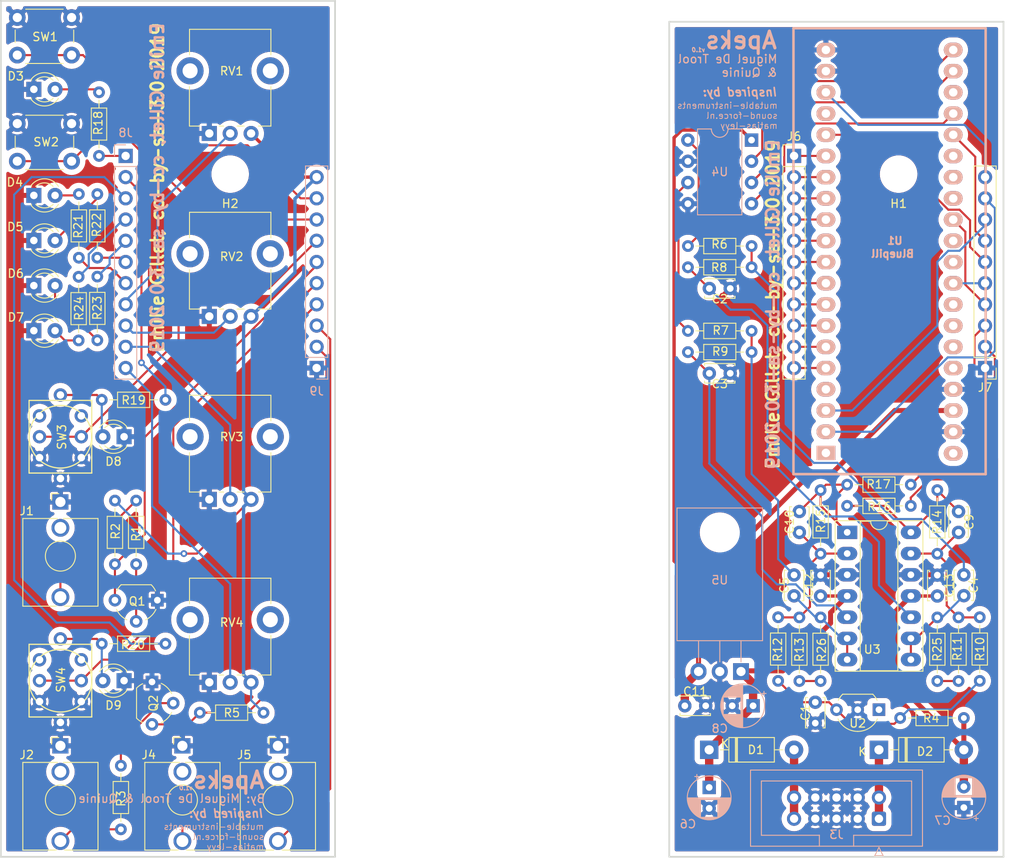
<source format=kicad_pcb>
(kicad_pcb (version 20211014) (generator pcbnew)
  (layers (0 "F.Cu" signal) (31 "B.Cu" signal) (34 "B.Paste" user) (35 "F.Paste" user) (36 "B.SilkS" user "B.Silkscreen") (37 "F.SilkS" user "F.Silkscreen") (38 "B.Mask" user) (39 "F.Mask" user) (44 "Edge.Cuts" user))
  (net 0 "")
  (net 1 "GND")
  (net 2 "+12V")
  (net 3 "-12V")
  (net 4 "+5V")
  (net 5 "Net-(C9-Pad1)")
  (net 6 "Net-(Q1-Pad2)")
  (net 7 "Net-(Q2-Pad2)")
  (net 8 "+3V3")
  (net 9 "Net-(J1-PadT)")
  (net 10 "Net-(J2-PadT)")
  (net 11 "Net-(D1-Pad2)")
  (net 12 "Net-(D3-Pad2)")
  (net 13 "Net-(D4-Pad2)")
  (net 14 "Net-(D5-Pad2)")
  (net 15 "from_Pot4")
  (net 16 "from_Pot3")
  (net 17 "from_Pot2")
  (net 18 "from_Pot1")
  (net 19 "from_SW_DUAL")
  (net 20 "from_SW_MODE")
  (net 21 "from_OUT2")
  (net 22 "from_OUT1")
  (net 23 "from_Trigger2")
  (net 24 "from_Trigger1")
  (net 25 "Pot4")
  (net 26 "Pot3")
  (net 27 "Pot2")
  (net 28 "Pot1")
  (net 29 "SWDual")
  (net 30 "SWMode")
  (net 31 "OUT2")
  (net 32 "OUT1")
  (net 33 "SwTrigger2")
  (net 34 "SwTrigger1")
  (net 35 "Trigger2")
  (net 36 "Trigger1")
  (net 37 "DACA")
  (net 38 "DACB")
  (net 39 "Dac_MOSI")
  (net 40 "Dac_SCK")
  (net 41 "Dac_SS")
  (net 42 "Net-(C3-Pad1)")
  (net 46 "Ref-10")
  (net 47 "Net-(C2-Pad1)")
  (net 49 "Net-(C4-Pad2)")
  (net 50 "Net-(C4-Pad1)")
  (net 51 "Net-(C5-Pad2)")
  (net 52 "Net-(C5-Pad1)")
  (net 53 "Net-(C9-Pad2)")
  (net 54 "Net-(C10-Pad2)")
  (net 55 "Net-(C10-Pad1)")
  (net 56 "Net-(D2-Pad1)")
  (net 57 "Net-(D6-Pad2)")
  (net 58 "Net-(D7-Pad2)")
  (net 67 "Net-(R11-Pad2)")
  (net 68 "Net-(R13-Pad2)")
  (net 69 "Net-(D8-Pad2)")
  (net 70 "Net-(D9-Pad2)")
  (net 73 "Led_Trigger2")
  (net 74 "Led_Trigger1")
  (net 75 "Led_Drum")
  (net 76 "Led_Tap")
  (net 77 "Led_Lfo")
  (net 78 "Led_Env")
  (net 79 "Led_Split")
  (net 80 "fromLed_Trigger2")
  (net 81 "fromLed_Trigger1")
  (net 82 "fromLed_Drum")
  (net 83 "fromLed_Tap")
  (net 84 "fromLed_Lfo")
  (net 85 "fromLed_Env")
  (net 86 "fromLed_Split")
  (net 87 "fromSW_Trigger2")
  (net 88 "fromSW_Trigger1")
  (footprint "LED_THT:LED_D3.0mm" (layer "F.Cu") (at 23.95 44.1)
    (fp_text reference "D3")
    (fp_text value "LED")
  )
  (footprint "LED_THT:LED_D3.0mm" (layer "F.Cu") (at 23.95 56.8)
    (fp_text reference "D4")
    (fp_text value "LED")
  )
  (footprint "LED_THT:LED_D3.0mm" (layer "F.Cu") (at 23.95 62.2)
    (fp_text reference "D5")
    (fp_text value "LED")
  )
  (footprint "LED_THT:LED_D3.0mm" (layer "F.Cu") (at 23.95 67.6)
    (fp_text reference "D6")
    (fp_text value "LED")
  )
  (footprint "LED_THT:LED_D3.0mm" (layer "F.Cu") (at 23.95 73)
    (fp_text reference "D7")
    (fp_text value "LED")
  )
  (footprint "Diode_THT:D_DO-41_SOD81_P10.16mm_Horizontal" (layer "F.Cu") (at 104.775 123.19)
    (fp_text reference "D1")
    (fp_text value "1N5817")
  )
  (footprint "Diode_THT:D_DO-41_SOD81_P10.16mm_Horizontal" (layer "F.Cu") (at 125.095 123.19)
    (fp_text reference "D2")
    (fp_text value "1N5817")
  )
  (footprint "Connector_Audio:Jack_3.5mm_QingPu_WQP-PJ398SM_Vertical_CircularHoles" (layer "F.Cu") (at 27.13 93.51)
    (fp_text reference "J1")
    (fp_text value "in1")
  )
  (footprint "Connector_Audio:Jack_3.5mm_QingPu_WQP-PJ398SM_Vertical_CircularHoles" (layer "F.Cu") (at 27.13 122.72)
    (fp_text reference "J2")
    (fp_text value "in2")
  )
  (footprint "Connector_PinHeader_2.54mm:PinHeader_1x11_P2.54mm_Vertical" (layer "F.Cu") (at 114.935 52.07)
    (fp_text reference "J6")
    (fp_text value "Conn_01x11")
  )
  (footprint "Capacitor_THT:C_Disc_D3.4mm_W2.1mm_P2.50mm" (layer "F.Cu") (at 101.8613 117.92)
    (fp_text reference "C11")
    (fp_text value "100n")
  )
  (footprint "Capacitor_THT:C_Disc_D3.4mm_W2.1mm_P2.50mm" (layer "F.Cu") (at 117.475 117.495 -90)
    (fp_text reference "C1")
    (fp_text value "0.47uf")
  )
  (footprint "Capacitor_THT:C_Disc_D3.4mm_W2.1mm_P2.50mm" (layer "F.Cu") (at 135.255 102.235 -90)
    (fp_text reference "C4")
    (fp_text value "220p")
  )
  (footprint "Capacitor_THT:C_Disc_D3.4mm_W2.1mm_P2.50mm" (layer "F.Cu") (at 134.62 97.155 90)
    (fp_text reference "C9")
    (fp_text value "39p")
  )
  (footprint "Capacitor_THT:C_Disc_D3.4mm_W2.1mm_P2.50mm" (layer "F.Cu") (at 115.57 97.155 90)
    (fp_text reference "C10")
    (fp_text value "39p")
  )
  (footprint "Package_TO_SOT_THT:TO-92_Wide" (layer "F.Cu") (at 38.735 105.275 180)
    (fp_text reference "Q1")
    (fp_text value "2N3904")
  )
  (footprint "Package_TO_SOT_THT:TO-92_Wide" (layer "F.Cu") (at 38.092 115.062 -90)
    (fp_text reference "Q2")
    (fp_text value "2N3904")
  )
  (footprint "Resistor_THT:R_Axial_DIN0204_L3.6mm_D1.6mm_P7.62mm_Horizontal" (layer "F.Cu") (at 127.635 119.38)
    (fp_text reference "R4")
    (fp_text value "3.3k")
  )
  (footprint "Resistor_THT:R_Axial_DIN0204_L3.6mm_D1.6mm_P7.62mm_Horizontal" (layer "F.Cu") (at 109.855 62.865 180)
    (fp_text reference "R6")
    (fp_text value "39k")
  )
  (footprint "Resistor_THT:R_Axial_DIN0204_L3.6mm_D1.6mm_P7.62mm_Horizontal" (layer "F.Cu") (at 109.855 73.025 180)
    (fp_text reference "R7")
    (fp_text value "39k")
  )
  (footprint "Resistor_THT:R_Axial_DIN0204_L3.6mm_D1.6mm_P7.62mm_Horizontal" (layer "F.Cu") (at 36.195 93.345 -90)
    (fp_text reference "R1")
    (fp_text value "100k")
  )
  (footprint "Resistor_THT:R_Axial_DIN0204_L3.6mm_D1.6mm_P7.62mm_Horizontal" (layer "F.Cu") (at 34.3662 132.715 90)
    (fp_text reference "R3")
    (fp_text value "100k")
  )
  (footprint "Resistor_THT:R_Axial_DIN0204_L3.6mm_D1.6mm_P7.62mm_Horizontal" (layer "F.Cu") (at 33.655 93.345 -90)
    (fp_text reference "R2")
    (fp_text value "10k")
  )
  (footprint "Resistor_THT:R_Axial_DIN0204_L3.6mm_D1.6mm_P7.62mm_Horizontal" (layer "F.Cu") (at 51.435 118.745 180)
    (fp_text reference "R5")
    (fp_text value "10k")
  )
  (footprint "Resistor_THT:R_Axial_DIN0204_L3.6mm_D1.6mm_P7.62mm_Horizontal" (layer "F.Cu") (at 137.16 107.315 -90)
    (fp_text reference "R10")
    (fp_text value "200k")
  )
  (footprint "Resistor_THT:R_Axial_DIN0204_L3.6mm_D1.6mm_P7.62mm_Horizontal" (layer "F.Cu") (at 134.62 107.335 -90)
    (fp_text reference "R11")
    (fp_text value "2k")
  )
  (footprint "Resistor_THT:R_Axial_DIN0204_L3.6mm_D1.6mm_P7.62mm_Horizontal" (layer "F.Cu") (at 31.75 52.07 90)
    (fp_text reference "R18")
    (fp_text value "2k")
  )
  (footprint "Resistor_THT:R_Axial_DIN0204_L3.6mm_D1.6mm_P7.62mm_Horizontal" (layer "F.Cu") (at 132.08 92.095 -90)
    (fp_text reference "R14")
    (fp_text value "100k")
  )
  (footprint "Resistor_THT:R_Axial_DIN0204_L3.6mm_D1.6mm_P7.62mm_Horizontal" (layer "F.Cu") (at 29.337 64.262 90)
    (fp_text reference "R21")
    (fp_text value "2k")
  )
  (footprint "Resistor_THT:R_Axial_DIN0204_L3.6mm_D1.6mm_P7.62mm_Horizontal" (layer "F.Cu") (at 31.5468 64.262 90)
    (fp_text reference "R22")
    (fp_text value "2k")
  )
  (footprint "Resistor_THT:R_Axial_DIN0204_L3.6mm_D1.6mm_P7.62mm_Horizontal" (layer "F.Cu") (at 31.5468 66.5226 -90)
    (fp_text reference "R23")
    (fp_text value "2k")
  )
  (footprint "Resistor_THT:R_Axial_DIN0204_L3.6mm_D1.6mm_P7.62mm_Horizontal" (layer "F.Cu") (at 29.3116 66.548 -90)
    (fp_text reference "R24")
    (fp_text value "2k")
  )
  (footprint "Resistor_THT:R_Axial_DIN0204_L3.6mm_D1.6mm_P7.62mm_Horizontal" (layer "F.Cu") (at 39.7 81.28 180)
    (fp_text reference "R19")
    (fp_text value "2k")
  )
  (footprint "Resistor_THT:R_Axial_DIN0204_L3.6mm_D1.6mm_P7.62mm_Horizontal" (layer "F.Cu") (at 39.7 110.49 180)
    (fp_text reference "R20")
    (fp_text value "2k")
  )
  (footprint "Potentiometer_THT:Potentiometer_Alpha_RD901F-40-00D_Single_Vertical_CircularHoles" (layer "F.Cu") (at 44.95 49.38 90)
    (fp_text reference "RV1")
    (fp_text value "B10k")
  )
  (footprint "Potentiometer_THT:Potentiometer_Alpha_RD901F-40-00D_Single_Vertical_CircularHoles" (layer "F.Cu") (at 44.95 71.29 90)
    (fp_text reference "RV2")
    (fp_text value "B10k")
  )
  (footprint "Potentiometer_THT:Potentiometer_Alpha_RD901F-40-00D_Single_Vertical_CircularHoles" (layer "F.Cu") (at 44.95 93.2 90)
    (fp_text reference "RV3")
    (fp_text value "B10k")
  )
  (footprint "Potentiometer_THT:Potentiometer_Alpha_RD901F-40-00D_Single_Vertical_CircularHoles" (layer "F.Cu") (at 44.95 115.11 90)
    (fp_text reference "RV4")
    (fp_text value "B10k")
  )
  (footprint "Connector_PinHeader_2.54mm:PinHeader_1x10_P2.54mm_Vertical" (layer "F.Cu") (at 137.795 77.47 180)
    (fp_text reference "J7")
    (fp_text value "Conn_01x10")
  )
  (footprint "Eurocad:LP4OA1PBCT" (layer "F.Cu") (at 27.13 85.7 90)
    (fp_text reference "SW3")
    (fp_text value "SW_TRIG1")
  )
  (footprint "Eurocad:LP4OA1PBCT" (layer "F.Cu") (at 27.13 114.91 90)
    (fp_text reference "SW4")
    (fp_text value "SW_TRIG2")
  )
  (footprint "Button_Switch_THT:SW_PUSH_6mm" (layer "F.Cu") (at 21.97 35.5)
    (fp_text reference "SW1")
    (fp_text value "SW_Push_Dual")
  )
  (footprint "Button_Switch_THT:SW_PUSH_6mm" (layer "F.Cu") (at 21.97 48.2)
    (fp_text reference "SW2")
    (fp_text value "SW_Push_Dual")
  )
  (footprint "MountingHole:MountingHole_3.2mm_M3" (layer "F.Cu") (at 47.45 54.25)
    (fp_text reference "H2")
    (fp_text value "MountingHole")
  )
  (footprint "Capacitor_THT:C_Disc_D3.4mm_W2.1mm_P2.50mm" (layer "F.Cu") (at 104.795 67.945)
    (fp_text reference "C2")
    (fp_text value "220p")
  )
  (footprint "Capacitor_THT:C_Disc_D3.4mm_W2.1mm_P2.50mm" (layer "F.Cu") (at 104.795 78.105)
    (fp_text reference "C3")
    (fp_text value "220p")
  )
  (footprint "Capacitor_THT:C_Disc_D3.4mm_W2.1mm_P2.50mm" (layer "F.Cu") (at 114.935 102.255 -90)
    (fp_text reference "C5")
    (fp_text value "220p")
  )
  (footprint "Capacitor_THT:C_Disc_D3.4mm_W2.1mm_P2.50mm" (layer "F.Cu") (at 118.11 102.275 -90)
    (fp_text reference "C12")
    (fp_text value "100n")
  )
  (footprint "Connector_Audio:Jack_3.5mm_QingPu_WQP-PJ398SM_Vertical_CircularHoles" (layer "F.Cu") (at 41.73 122.72)
    (fp_text reference "J4")
    (fp_text value "out1")
  )
  (footprint "Connector_Audio:Jack_3.5mm_QingPu_WQP-PJ398SM_Vertical_CircularHoles" (layer "F.Cu") (at 53.16 122.72)
    (fp_text reference "J5")
    (fp_text value "out2")
  )
  (footprint "Resistor_THT:R_Axial_DIN0204_L3.6mm_D1.6mm_P7.62mm_Horizontal" (layer "F.Cu") (at 102.235 65.405)
    (fp_text reference "R8")
    (fp_text value "39k")
  )
  (footprint "Resistor_THT:R_Axial_DIN0204_L3.6mm_D1.6mm_P7.62mm_Horizontal" (layer "F.Cu") (at 102.235 75.565)
    (fp_text reference "R9")
    (fp_text value "39k")
  )
  (footprint "Resistor_THT:R_Axial_DIN0204_L3.6mm_D1.6mm_P7.62mm_Horizontal" (layer "F.Cu") (at 113.03 107.315 -90)
    (fp_text reference "R12")
    (fp_text value "200k")
  )
  (footprint "Resistor_THT:R_Axial_DIN0204_L3.6mm_D1.6mm_P7.62mm_Horizontal" (layer "F.Cu") (at 115.57 107.335 -90)
    (fp_text reference "R13")
    (fp_text value "2k")
  )
  (footprint "Resistor_THT:R_Axial_DIN0204_L3.6mm_D1.6mm_P7.62mm_Horizontal" (layer "F.Cu") (at 118.11 92.095 -90)
    (fp_text reference "R15")
    (fp_text value "100k")
  )
  (footprint "Resistor_THT:R_Axial_DIN0204_L3.6mm_D1.6mm_P7.62mm_Horizontal" (layer "F.Cu") (at 128.905 93.98 180)
    (fp_text reference "R16")
    (fp_text value "1k")
  )
  (footprint "Resistor_THT:R_Axial_DIN0204_L3.6mm_D1.6mm_P7.62mm_Horizontal" (layer "F.Cu") (at 128.905 91.44 180)
    (fp_text reference "R17")
    (fp_text value "1k")
  )
  (footprint "Package_TO_SOT_THT:TO-92_Inline_Wide" (layer "F.Cu") (at 125.095 118.385 180)
    (fp_text reference "U2")
    (fp_text value "LM4040LP-10")
  )
  (footprint "Package_DIP:DIP-14_W7.62mm_Socket_LongPads" (layer "F.Cu") (at 121.295 97.15)
    (fp_text reference "U3")
    (fp_text value "TL074")
  )
  (footprint "Resistor_THT:R_Axial_DIN0204_L3.6mm_D1.6mm_P7.62mm_Horizontal" (layer "F.Cu") (at 132.08 114.955 90)
    (fp_text reference "R25")
    (fp_text value "39k")
  )
  (footprint "Resistor_THT:R_Axial_DIN0204_L3.6mm_D1.6mm_P7.62mm_Horizontal" (layer "F.Cu") (at 118.11 114.955 90)
    (fp_text reference "R26")
    (fp_text value "39k")
  )
  (footprint "Capacitor_THT:C_Disc_D3.4mm_W2.1mm_P2.50mm" (layer "F.Cu") (at 132.08 104.775 90)
    (fp_text reference "C13")
    (fp_text value "100n")
  )
  (footprint "LED_THT:LED_D3.0mm" (layer "F.Cu") (at 34.75 85.7 180)
    (fp_text reference "D8")
    (fp_text value "LED")
  )
  (footprint "LED_THT:LED_D3.0mm" (layer "F.Cu") (at 34.75 114.91 180)
    (fp_text reference "D9")
    (fp_text value "LED")
  )
  (footprint "MountingHole:MountingHole_3.2mm_M3" (layer "F.Cu") (at 127.45 54.25)
    (fp_text reference "H1")
    (fp_text value "MountingHole")
  )
  (footprint "Capacitor_THT:CP_Radial_D5.0mm_P2.50mm" (layer "B.Cu") (at 104.775 127.699888 -90)
    (fp_text reference "C6")
    (fp_text value "22uf")
  )
  (footprint "Capacitor_THT:CP_Radial_D5.0mm_P2.50mm" (layer "B.Cu") (at 135.255 130.110112 90)
    (fp_text reference "C7")
    (fp_text value "22uf")
  )
  (footprint "Capacitor_THT:CP_Radial_D5.0mm_P2.50mm" (layer "B.Cu") (at 110.031413 117.92 180)
    (fp_text reference "C8")
    (fp_text value "0,33u")
  )
  (footprint "Connector_IDC:IDC-Header_2x05_P2.54mm_Vertical" (layer "B.Cu") (at 125.095 131.445 90)
    (fp_text reference "J3")
    (fp_text value "Eurorack Power")
  )
  (footprint "Connector_PinSocket_2.54mm:PinSocket_1x10_P2.54mm_Vertical" (layer "B.Cu") (at 57.795 77.47)
    (fp_text reference "J9")
    (fp_text value "Conn_01x10")
  )
  (footprint "Connector_PinSocket_2.54mm:PinSocket_1x11_P2.54mm_Vertical" (layer "B.Cu") (at 34.935 52.07 180)
    (fp_text reference "J8")
    (fp_text value "Conn_01x11")
  )
  (footprint "BluePill_breakouts:BluePill_STM32F103C" (layer "B.Cu") (at 118.745 87.59)
    (fp_text reference "U1")
    (fp_text value "Bluepill")
  )
  (footprint "Package_DIP:DIP-8_W7.62mm" (layer "B.Cu") (at 109.845 50.175 180)
    (fp_text reference "U4")
    (fp_text value "MCP4822")
  )
  (footprint "Package_TO_SOT_THT:TO-220-3_Horizontal_TabDown" (layer "B.Cu") (at 108.585 113.815 180)
    (fp_text reference "U5")
    (fp_text value "LM7805")
  )
  (gr_line (start 20 33.5) (end 20 136) (layer "Edge.Cuts") (width 0.2))
  (gr_line (start 20 136) (end 60 136) (layer "Edge.Cuts") (width 0.2))
  (gr_line (start 60 136) (end 60 33.5) (layer "Edge.Cuts") (width 0.2))
  (gr_line (start 60 33.5) (end 20 33.5) (layer "Edge.Cuts") (width 0.2))
  (gr_line (start 140 36) (end 100 36) (layer "Edge.Cuts") (width 0.2))
  (gr_line (start 100 136) (end 140 136) (layer "Edge.Cuts") (width 0.2))
  (gr_line (start 100 36) (end 100 136) (layer "Edge.Cuts") (width 0.2))
  (gr_line (start 140 136) (end 140 36) (layer "Edge.Cuts") (width 0.2))
  (gr_text "Inspired by:\n" (at 46.99 130.81) (layer "B.SilkS") (effects (font (size 1 1) (thickness 0.2) italic) (justify mirror)))
  (gr_text "mutable-instruments\nsound-force.nl\nmatias-levy\n" (at 51.562 133.604) (layer "B.SilkS") (effects (font (size 0.75 0.75) (thickness 0.1)) (justify left mirror)))
  (gr_text "v1.0" (at 42.164 127.762) (layer "B.SilkS") (effects (font (size 0.5 0.5) (thickness 0.125) italic) (justify mirror)))
  (gr_text "By: Miguel De Trool & Quinie" (at 51.7144 129.032) (layer "B.SilkS") (effects (font (size 1 1)) (justify left mirror)))
  (gr_text "Apeks" (at 47.2694 126.8222) (layer "B.SilkS") (effects (font (size 2 2) (thickness 0.375)) (justify mirror)))
  (gr_text "Emilie Gillet, cc-by-sa-3.0 2019" (at 112.395 69.85 90) (layer "B.SilkS") (effects (font (size 1.5 1.5) (thickness 0.3)) (justify mirror)))
  (gr_text "Miguel De Trool\n& Quinie" (at 113.03 41.275) (layer "B.SilkS") (effects (font (size 1 1)) (justify left mirror)))
  (gr_text "Inspired by:\n" (at 108.4834 44.4246) (layer "B.SilkS") (effects (font (size 1 1) (thickness 0.2) italic) (justify mirror)))
  (gr_text "v1.0" (at 103.505 39.37) (layer "B.SilkS") (effects (font (size 0.5 0.5) (thickness 0.125) italic) (justify mirror)))
  (gr_text "Emilie Gillet, cc-by-sa-3.0 2019" (at 38.735 55.88 90) (layer "B.SilkS") (effects (font (size 1.5 1.5) (thickness 0.3)) (justify mirror)))
  (gr_text "Apeks" (at 108.5977 38.227) (layer "B.SilkS") (effects (font (size 2 2) (thickness 0.375)) (justify mirror)))
  (gr_text "mutable-instruments\nsound-force.nl\nmatias-levy" (at 113.03 47.244) (layer "B.SilkS") (effects (font (size 0.75 0.75) (thickness 0.1)) (justify left mirror)))
  (gr_text "Emilie Gillet, cc-by-sa-3.0 2019" (at 112.395 69.85 90) (layer "F.SilkS") (effects (font (size 1.5 1.5) (thickness 0.3))))
  (gr_text "Emilie Gillet, cc-by-sa-3.0 2019" (at 38.735 55.88 90) (layer "F.SilkS") (effects (font (size 1.5 1.5) (thickness 0.3))))
  (segment (start 132.035 102.23) (end 132.08 102.275) (width 0.6) (layer "F.Cu") (net 1))
  (segment (start 121.295 102.23) (end 118.155 102.23) (width 0.6) (layer "F.Cu") (net 1))
  (segment (start 118.155 102.23) (end 118.11 102.275) (width 0.6) (layer "F.Cu") (net 1))
  (segment (start 128.915 102.23) (end 132.035 102.23) (width 0.6) (layer "F.Cu") (net 1))
  (segment (start 118.11 104.775) (end 121.29 104.775) (width 0.4) (layer "F.Cu") (net 2))
  (segment (start 104.775 123.19) (end 104.775 127.699888) (width 1) (layer "F.Cu") (net 2))
  (segment (start 121.295 104.77) (end 119.309511 106.755489) (width 0.6) (layer "F.Cu") (net 2))
  (segment (start 121.29 104.775) (end 121.295 104.77) (width 0.4) (layer "F.Cu") (net 2))
  (segment (start 104.775 123.176413) (end 110.031413 117.92) (width 1) (layer "F.Cu") (net 2))
  (segment (start 104.775 123.19) (end 104.775 123.176413) (width 1) (layer "F.Cu") (net 2))
  (segment (start 119.309511 108.020489) (end 113.594511 113.735489) (width 0.6) (layer "F.Cu") (net 2))
  (segment (start 110.031413 117.92) (end 110.031413 115.261413) (width 1) (layer "F.Cu") (net 2))
  (segment (start 113.594511 113.735489) (end 108.664511 113.735489) (width 0.6) (layer "F.Cu") (net 2))
  (segment (start 108.664511 113.735489) (end 108.585 113.815) (width 0.6) (layer "F.Cu") (net 2))
  (segment (start 119.309511 106.755489) (end 119.309511 108.020489) (width 0.6) (layer "F.Cu") (net 2))
  (segment (start 110.031413 115.261413) (end 108.585 113.815) (width 1) (layer "F.Cu") (net 2))
  (segment (start 135.255 127.610112) (end 135.255 123.19) (width 1) (layer "F.Cu") (net 3))
  (segment (start 128.92 104.775) (end 128.915 104.77) (width 0.4) (layer "F.Cu") (net 3))
  (segment (start 127 114.935) (end 135.255 123.19) (width 0.6) (layer "F.Cu") (net 3))
  (segment (start 135.255 119.38) (end 135.255 123.19) (width 0.6) (layer "F.Cu") (net 3))
  (segment (start 132.08 104.775) (end 128.92 104.775) (width 0.4) (layer "F.Cu") (net 3))
  (segment (start 127 106.685) (end 127 114.935) (width 0.6) (layer "F.Cu") (net 3))
  (segment (start 128.915 104.77) (end 127 106.685) (width 0.6) (layer "F.Cu") (net 3))
  (segment (start 126.9892 82.5608) (end 119.38 90.17) (width 0.6) (layer "F.Cu") (net 4))
  (segment (start 100.575969 100.575969) (end 103.505 103.505) (width 0.4) (layer "F.Cu") (net 4))
  (segment (start 133.985 82.5608) (end 126.9892 82.5608) (width 0.6) (layer "F.Cu") (net 4))
  (segment (start 108.645489 48.975489) (end 101.489031 48.975489) (width 0.4) (layer "F.Cu") (net 4))
  (segment (start 101.8613 117.92) (end 101.8613 115.4587) (width 1) (layer "F.Cu") (net 4))
  (segment (start 119.38 90.17) (end 116.84 90.17) (width 0.6) (layer "F.Cu") (net 4))
  (segment (start 101.8613 115.4587) (end 103.505 113.815) (width 1) (layer "F.Cu") (net 4))
  (segment (start 101.489031 48.975489) (end 100.575969 49.888551) (width 0.4) (layer "F.Cu") (net 4))
  (segment (start 103.505 103.505) (end 103.505 113.815) (width 0.6) (layer "F.Cu") (net 4))
  (segment (start 100.575969 49.888551) (end 100.575969 100.575969) (width 0.4) (layer "F.Cu") (net 4))
  (segment (start 109.845 50.175) (end 108.645489 48.975489) (width 0.4) (layer "F.Cu") (net 4))
  (segment (start 116.84 90.17) (end 103.505 103.505) (width 0.6) (layer "F.Cu") (net 4))
  (segment (start 132.08 99.715) (end 133.204511 100.839511) (width 0.25) (layer "F.Cu") (net 5))
  (segment (start 133.204511 100.839511) (end 133.204511 105.919511) (width 0.25) (layer "F.Cu") (net 5))
  (segment (start 137.14 107.335) (end 137.16 107.315) (width 0.25) (layer "F.Cu") (net 5))
  (segment (start 133.204511 105.919511) (end 134.62 107.335) (width 0.25) (layer "F.Cu") (net 5))
  (segment (start 128.915 99.69) (end 132.055 99.69) (width 0.25) (layer "F.Cu") (net 5))
  (segment (start 134.62 107.335) (end 137.14 107.335) (width 0.25) (layer "F.Cu") (net 5))
  (segment (start 132.055 99.69) (end 132.08 99.715) (width 0.25) (layer "F.Cu") (net 5))
  (segment (start 134.62 97.155) (end 132.08 99.695) (width 0.25) (layer "F.Cu") (net 5))
  (segment (start 132.08 99.695) (end 132.08 99.715) (width 0.25) (layer "F.Cu") (net 5))
  (segment (start 36.195 100.965) (end 36.195 107.815) (width 0.25) (layer "F.Cu") (net 6))
  (segment (start 34.3662 125.095) (end 34.3662 122.348211) (width 0.25) (layer "F.Cu") (net 7))
  (segment (start 39.112411 117.602) (end 40.632 117.602) (width 0.25) (layer "F.Cu") (net 7))
  (segment (start 34.3662 122.348211) (end 39.112411 117.602) (width 0.25) (layer "F.Cu") (net 7))
  (segment (start 41.91 99.695) (end 43.455 99.695) (width 0.25) (layer "F.Cu") (net 8))
  (segment (start 55.18 54.61) (end 49.95 49.38) (width 0.4) (layer "F.Cu") (net 8))
  (segment (start 43.455 99.695) (end 49.95 93.2) (width 0.25) (layer "F.Cu") (net 8))
  (segment (start 57.795 54.61) (end 55.18 54.61) (width 0.4) (layer "F.Cu") (net 8))
  (via (at 41.91 99.695) (size 0.8) (drill 0.4) (layers "F.Cu" "B.Cu") (net 8))
  (segment (start 135.34768 48.35268) (end 137.795 50.8) (width 0.25) (layer "B.Cu") (net 8))
  (segment (start 49.95 115.11) (end 49.95 117.26) (width 0.25) (layer "B.Cu") (net 8))
  (segment (start 49.95 93.2) (end 49.05 94.1) (width 0.4) (layer "B.Cu") (net 8))
  (segment (start 49.95 117.26) (end 51.435 118.745) (width 0.25) (layer "B.Cu") (net 8))
  (segment (start 33.655 93.345) (end 40.005 99.695) (width 0.25) (layer "B.Cu") (net 8))
  (segment (start 49.95 71.29) (end 49.05 72.19) (width 0.4) (layer "B.Cu") (net 8))
  (segment (start 137.795 50.8) (end 137.795 54.61) (width 0.25) (layer "B.Cu") (net 8))
  (segment (start 49.05 94.1) (end 49.05 114.21) (width 0.4) (layer "B.Cu") (net 8))
  (segment (start 122.63688 48.35268) (end 135.34768 48.35268) (width 0.25) (layer "B.Cu") (net 8))
  (segment (start 49.05 114.21) (end 49.95 115.11) (width 0.4) (layer "B.Cu") (net 8))
  (segment (start 49.05 72.19) (end 49.05 92.3) (width 0.4) (layer "B.Cu") (net 8))
  (segment (start 55.2 57.205) (end 57.795 54.61) (width 0.4) (layer "B.Cu") (net 8))
  (segment (start 55.2 66.04) (end 55.2 57.205) (width 0.4) (layer "B.Cu") (net 8))
  (segment (start 49.05 92.3) (end 49.95 93.2) (width 0.4) (layer "B.Cu") (net 8))
  (segment (start 122.63688 48.35268) (end 118.745 44.4608) (width 0.25) (layer "B.Cu") (net 8))
  (segment (start 40.005 99.695) (end 41.91 99.695) (width 0.25) (layer "B.Cu") (net 8))
  (segment (start 49.95 71.29) (end 55.2 66.04) (width 0.4) (layer "B.Cu") (net 8))
  (segment (start 27.13 104.91) (end 27.13 102.41) (width 0.25) (layer "F.Cu") (net 9))
  (segment (start 27.13 102.41) (end 36.195 93.345) (width 0.25) (layer "F.Cu") (net 9))
  (segment (start 28.535 132.715) (end 34.3662 132.715) (width 0.25) (layer "F.Cu") (net 10))
  (segment (start 27.13 134.12) (end 28.535 132.715) (width 0.25) (layer "F.Cu") (net 10))
  (segment (start 114.935 131.445) (end 114.935 128.905) (width 1) (layer "F.Cu") (net 11))
  (segment (start 114.935 128.905) (end 114.935 123.19) (width 1) (layer "F.Cu") (net 11))
  (segment (start 26.49 44.1) (end 31.4 44.1) (width 0.25) (layer "F.Cu") (net 12))
  (segment (start 31.4 44.1) (end 31.75 44.45) (width 0.25) (layer "F.Cu") (net 12))
  (segment (start 29.179 56.8) (end 29.337 56.642) (width 0.25) (layer "F.Cu") (net 13))
  (segment (start 26.49 56.8) (end 29.179 56.8) (width 0.25) (layer "F.Cu") (net 13))
  (segment (start 31.5468 57.1432) (end 31.5468 56.642) (width 0.25) (layer "F.Cu") (net 14))
  (segment (start 26.49 62.2) (end 31.5468 57.1432) (width 0.25) (layer "F.Cu") (net 14))
  (segment (start 38.1 93.98) (end 38.1 80.635) (width 0.25) (layer "B.Cu") (net 15))
  (segment (start 47.45 103.33) (end 38.1 93.98) (width 0.25) (layer "B.Cu") (net 15))
  (segment (start 38.1 80.635) (end 34.935 77.47) (width 0.25) (layer "B.Cu") (net 15))
  (segment (start 47.45 115.11) (end 47.45 103.33) (width 0.25) (layer "B.Cu") (net 15))
  (segment (start 47.45 84.28) (end 47.45 93.2) (width 0.25) (layer "B.Cu") (net 16))
  (segment (start 34.935 74.93) (end 38.1 74.93) (width 0.25) (layer "B.Cu") (net 16))
  (segment (start 38.1 74.93) (end 47.45 84.28) (width 0.25) (layer "B.Cu") (net 16))
  (segment (start 34.935 72.39) (end 35.785 73.24) (width 0.25) (layer "B.Cu") (net 17))
  (segment (start 35.785 73.24) (end 45.5 73.24) (width 0.25) (layer "B.Cu") (net 17))
  (segment (start 45.5 73.24) (end 47.45 71.29) (width 0.25) (layer "B.Cu") (net 17))
  (segment (start 38.735 65.59978) (end 38.735 58.095) (width 0.25) (layer "B.Cu") (net 18))
  (segment (start 34.935 69.39978) (end 38.735 65.59978) (width 0.25) (layer "B.Cu") (net 18))
  (segment (start 34.935 69.85) (end 34.935 69.39978) (width 0.25) (layer "B.Cu") (net 18))
  (segment (start 38.735 58.095) (end 47.45 49.38) (width 0.25) (layer "B.Cu") (net 18))
  (segment (start 57.795 57.15) (end 55.88 57.15) (width 0.25) (layer "F.Cu") (net 19))
  (segment (start 49.53 50.8) (end 40.64 50.8) (width 0.25) (layer "F.Cu") (net 19))
  (segment (start 29.84 40) (end 28.47 40) (width 0.25) (layer "F.Cu") (net 19))
  (segment (start 40.64 50.8) (end 29.84 40) (width 0.25) (layer "F.Cu") (net 19))
  (segment (start 21.97 40) (end 28.47 40) (width 0.25) (layer "F.Cu") (net 19))
  (segment (start 55.88 57.15) (end 49.53 50.8) (width 0.25) (layer "F.Cu") (net 19))
  (segment (start 21.97 52.7) (end 28.47 52.7) (width 0.25) (layer "F.Cu") (net 20))
  (segment (start 28.47 52.7) (end 31.005 50.165) (width 0.25) (layer "F.Cu") (net 20))
  (segment (start 31.005 50.165) (end 35.379022 50.165) (width 0.25) (layer "F.Cu") (net 20))
  (segment (start 44.904022 59.69) (end 57.795 59.69) (width 0.25) (layer "F.Cu") (net 20))
  (segment (start 35.379022 50.165) (end 44.904022 59.69) (width 0.25) (layer "F.Cu") (net 20))
  (segment (start 59.419031 127.860969) (end 59.419031 74.014031) (width 0.25) (layer "F.Cu") (net 21))
  (segment (start 53.16 134.12) (end 59.419031 127.860969) (width 0.25) (layer "F.Cu") (net 21))
  (segment (start 59.419031 74.014031) (end 57.795 72.39) (width 0.25) (layer "F.Cu") (net 21))
  (segment (start 58.969511 114.381467) (end 58.969511 76.104511) (width 0.25) (layer "F.Cu") (net 22))
  (segment (start 58.969511 76.104511) (end 57.795 74.93) (width 0.25) (layer "F.Cu") (net 22))
  (segment (start 41.73 134.12) (end 41.73 131.620978) (width 0.25) (layer "F.Cu") (net 22))
  (segment (start 41.73 131.620978) (end 58.969511 114.381467) (width 0.25) (layer "F.Cu") (net 22))
  (segment (start 55.245 113.03) (end 49.53 118.745) (width 0.25) (layer "F.Cu") (net 23))
  (segment (start 57.795 69.85) (end 55.245 72.4) (width 0.25) (layer "F.Cu") (net 23))
  (segment (start 42.418 120.142) (end 43.815 118.745) (width 0.25) (layer "F.Cu") (net 23))
  (segment (start 55.245 72.4) (end 55.245 113.03) (width 0.25) (layer "F.Cu") (net 23))
  (segment (start 49.53 118.745) (end 43.815 118.745) (width 0.25) (layer "F.Cu") (net 23))
  (segment (start 38.092 120.142) (end 42.418 120.142) (width 0.25) (layer "F.Cu") (net 23))
  (segment (start 57.795 64.77) (end 57.795 65.176721) (width 0.25) (layer "F.Cu") (net 24))
  (segment (start 37.219511 97.400489) (end 33.655 100.965) (width 0.25) (layer "F.Cu") (net 24))
  (segment (start 57.795 65.176721) (end 37.219511 85.75221) (width 0.25) (layer "F.Cu") (net 24))
  (segment (start 33.655 100.965) (end 33.655 105.275) (width 0.25) (layer "F.Cu") (net 24))
  (segment (start 37.219511 85.75221) (end 37.219511 97.400489) (width 0.25) (layer "F.Cu") (net 24))
  (segment (start 118.7342 77.47) (end 118.745 77.4808) (width 0.25) (layer "F.Cu") (net 25))
  (segment (start 114.935 77.47) (end 118.7342 77.47) (width 0.25) (layer "F.Cu") (net 25))
  (segment (start 118.7342 74.93) (end 118.745 74.9408) (width 0.25) (layer "F.Cu") (net 26))
  (segment (start 114.935 74.93) (end 118.7342 74.93) (width 0.25) (layer "F.Cu") (net 26))
  (segment (start 118.7342 72.39) (end 118.745 72.4008) (width 0.25) (layer "F.Cu") (net 27))
  (segment (start 114.935 72.39) (end 118.7342 72.39) (width 0.25) (layer "F.Cu") (net 27))
  (segment (start 114.935 69.85) (end 118.7342 69.85) (width 0.25) (layer "F.Cu") (net 28))
  (segment (start 118.7342 69.85) (end 118.745 69.8608) (width 0.25) (layer "F.Cu") (net 28))
  (segment (start 138.969511 75.416499) (end 138.18601 76.2) (width 0.25) (layer "B.Cu") (net 29))
  (segment (start 137.795 57.15) (end 138.969511 58.324511) (width 0.25) (layer "B.Cu") (net 29))
  (segment (start 133.324145 76.2) (end 124.423345 85.1008) (width 0.25) (layer "B.Cu") (net 29))
  (segment (start 124.423345 85.1008) (end 118.745 85.1008) (width 0.25) (layer "B.Cu") (net 29))
  (segment (start 138.969511 58.324511) (end 138.969511 75.416499) (width 0.25) (layer "B.Cu") (net 29))
  (segment (start 138.18601 76.2) (end 133.324145 76.2) (width 0.25) (layer "B.Cu") (net 29))
  (segment (start 137.795 60.372455) (end 137.795 59.69) (width 0.25) (layer "B.Cu") (net 30))
  (segment (start 118.745 82.5608) (end 121.9092 82.5608) (width 0.25) (layer "B.Cu") (net 30))
  (segment (start 121.9092 82.5608) (end 132.08 72.39) (width 0.25) (layer "B.Cu") (net 30))
  (segment (start 133.395225 63.42892) (end 134.738535 63.42892) (width 0.25) (layer "B.Cu") (net 30))
  (segment (start 132.08 64.744145) (end 133.395225 63.42892) (width 0.25) (layer "B.Cu") (net 30))
  (segment (start 132.08 72.39) (end 132.08 64.744145) (width 0.25) (layer "B.Cu") (net 30))
  (segment (start 134.738535 63.42892) (end 137.795 60.372455) (width 0.25) (layer "B.Cu") (net 30))
  (segment (start 136.525 88.265) (end 134.43452 90.35548) (width 0.25) (layer "F.Cu") (net 31))
  (segment (start 134.43452 90.35548) (end 129.98952 90.35548) (width 0.25) (layer "F.Cu") (net 31))
  (segment (start 136.525 73.66) (end 136.525 88.265) (width 0.25) (layer "F.Cu") (net 31))
  (segment (start 137.795 72.39) (end 136.525 73.66) (width 0.25) (layer "F.Cu") (net 31))
  (segment (start 129.98952 90.35548) (end 128.905 91.44) (width 0.25) (layer "F.Cu") (net 31))
  (segment (start 138.969511 87.090489) (end 138.969511 76.104511) (width 0.25) (layer "F.Cu") (net 32))
  (segment (start 128.905 93.98) (end 128.905 92.990051) (width 0.25) (layer "F.Cu") (net 32))
  (segment (start 138.969511 76.104511) (end 137.795 74.93) (width 0.25) (layer "F.Cu") (net 32))
  (segment (start 135.255 90.805) (end 138.969511 87.090489) (width 0.25) (layer "F.Cu") (net 32))
  (segment (start 131.090051 90.805) (end 135.255 90.805) (width 0.25) (layer "F.Cu") (net 32))
  (segment (start 128.905 92.990051) (end 131.090051 90.805) (width 0.25) (layer "F.Cu") (net 32))
  (segment (start 137.7842 67.3208) (end 137.795 67.31) (width 0.25) (layer "B.Cu") (net 33))
  (segment (start 133.985 67.3208) (end 137.7842 67.3208) (width 0.25) (layer "B.Cu") (net 33))
  (segment (start 136.620489 52.176289) (end 133.985 49.5408) (width 0.25) (layer "F.Cu") (net 34))
  (segment (start 136.620489 61.055489) (end 136.620489 52.176289) (width 0.25) (layer "F.Cu") (net 34))
  (segment (start 137.795 62.23) (end 136.620489 61.055489) (width 0.25) (layer "F.Cu") (net 34))
  (segment (start 133.985 59.7008) (end 135.43452 61.15032) (width 0.25) (layer "F.Cu") (net 35))
  (segment (start 135.43452 67.48952) (end 137.795 69.85) (width 0.25) (layer "F.Cu") (net 35))
  (segment (start 135.43452 61.15032) (end 135.43452 67.48952) (width 0.25) (layer "F.Cu") (net 35))
  (segment (start 134.738535 58.51268) (end 136 59.774145) (width 0.25) (layer "F.Cu") (net 36))
  (segment (start 133.395225 58.51268) (end 134.738535 58.51268) (width 0.25) (layer "F.Cu") (net 36))
  (segment (start 136 62.975) (end 137.795 64.77) (width 0.25) (layer "F.Cu") (net 36))
  (segment (start 132 57.117455) (end 133.395225 58.51268) (width 0.25) (layer "F.Cu") (net 36))
  (segment (start 129.5408 49.5408) (end 132 52) (width 0.25) (layer "F.Cu") (net 36))
  (segment (start 132 52) (end 132 57.117455) (width 0.25) (layer "F.Cu") (net 36))
  (segment (start 118.745 49.5408) (end 129.5408 49.5408) (width 0.25) (layer "F.Cu") (net 36))
  (segment (start 136 59.774145) (end 136 62.975) (width 0.25) (layer "F.Cu") (net 36))
  (segment (start 103.505 61.595) (end 102.235 62.865) (width 0.25) (layer "F.Cu") (net 37))
  (segment (start 103.505 51.455) (end 103.505 61.595) (width 0.25) (layer "F.Cu") (net 37))
  (segment (start 102.225 50.175) (end 103.505 51.455) (width 0.25) (layer "F.Cu") (net 37))
  (segment (start 101.100489 71.890489) (end 102.235 73.025) (width 0.25) (layer "F.Cu") (net 38))
  (segment (start 101.100489 56.379511) (end 101.100489 71.890489) (width 0.25) (layer "F.Cu") (net 38))
  (segment (start 102.225 55.255) (end 101.100489 56.379511) (width 0.25) (layer "F.Cu") (net 38))
  (segment (start 113.760489 50.704511) (end 116.27608 48.18892) (width 0.25) (layer "F.Cu") (net 39))
  (segment (start 109.845 57.795) (end 113.760489 53.879511) (width 0.25) (layer "F.Cu") (net 39))
  (segment (start 116.27608 48.18892) (end 132.79688 48.18892) (width 0.25) (layer "F.Cu") (net 39))
  (segment (start 113.760489 53.879511) (end 113.760489 50.704511) (width 0.25) (layer "F.Cu") (net 39))
  (segment (start 132.79688 48.18892) (end 133.985 47.0008) (width 0.25) (layer "F.Cu") (net 39))
  (segment (start 112.395 49.53) (end 116.27608 45.64892) (width 0.25) (layer "F.Cu") (net 40))
  (segment (start 109.845 55.255) (end 112.395 52.705) (width 0.25) (layer "F.Cu") (net 40))
  (segment (start 130.25688 45.64892) (end 133.985 41.9208) (width 0.25) (layer "F.Cu") (net 40))
  (segment (start 112.395 52.705) (end 112.395 49.53) (width 0.25) (layer "F.Cu") (net 40))
  (segment (start 116.27608 45.64892) (end 130.25688 45.64892) (width 0.25) (layer "F.Cu") (net 40))
  (segment (start 116.27608 43.10892) (end 130.25688 43.10892) (width 0.25) (layer "F.Cu") (net 41))
  (segment (start 130.25688 43.10892) (end 133.985 39.3808) (width 0.25) (layer "F.Cu") (net 41))
  (segment (start 111.125 51.435) (end 111.125 48.26) (width 0.25) (layer "F.Cu") (net 41))
  (segment (start 109.845 52.715) (end 111.125 51.435) (width 0.25) (layer "F.Cu") (net 41))
  (segment (start 111.125 48.26) (end 116.27608 43.10892) (width 0.25) (layer "F.Cu") (net 41))
  (segment (start 102.235 75.565) (end 104.775 78.105) (width 0.25) (layer "F.Cu") (net 42))
  (segment (start 104.775 78.105) (end 104.795 78.105) (width 0.25) (layer "F.Cu") (net 42))
  (segment (start 117.644211 105.899511) (end 116.205 104.4603) (width 0.25) (layer "B.Cu") (net 42))
  (segment (start 119.884511 105.899511) (end 117.644211 105.899511) (width 0.25) (layer "B.Cu") (net 42))
  (segment (start 112.904511 103.379511) (end 111.125 101.6) (width 0.25) (layer "B.Cu") (net 42))
  (segment (start 116.205 104.4347) (end 115.149811 103.379511) (width 0.25) (layer "B.Cu") (net 42))
  (segment (start 111.125 95.25) (end 104.775 88.9) (width 0.25) (layer "B.Cu") (net 42))
  (segment (start 115.149811 103.379511) (end 112.904511 103.379511) (width 0.25) (layer "B.Cu") (net 42))
  (segment (start 116.205 104.4603) (end 116.205 104.4347) (width 0.25) (layer "B.Cu") (net 42))
  (segment (start 121.295 107.31) (end 119.884511 105.899511) (width 0.25) (layer "B.Cu") (net 42))
  (segment (start 111.125 101.6) (end 111.125 95.25) (width 0.25) (layer "B.Cu") (net 42))
  (segment (start 104.775 88.9) (end 104.795 88.88) (width 0.25) (layer "B.Cu") (net 42))
  (segment (start 104.795 88.88) (end 104.795 78.105) (width 0.25) (layer "B.Cu") (net 42))
  (segment (start 121.71 120.08) (end 120.015 118.385) (width 0.25) (layer "F.Cu") (net 46))
  (segment (start 113.03 114.935) (end 115.59 117.495) (width 0.25) (layer "F.Cu") (net 46))
  (segment (start 119.125 117.495) (end 120.015 118.385) (width 0.25) (layer "F.Cu") (net 46))
  (segment (start 126.935 120.08) (end 121.71 120.08) (width 0.25) (layer "F.Cu") (net 46))
  (segment (start 127.635 119.38) (end 126.935 120.08) (width 0.25) (layer "F.Cu") (net 46))
  (segment (start 115.59 117.495) (end 117.475 117.495) (width 0.25) (layer "F.Cu") (net 46))
  (segment (start 117.475 117.495) (end 119.125 117.495) (width 0.25) (layer "F.Cu") (net 46))
  (segment (start 128.659511 118.355489) (end 133.739511 118.355489) (width 0.25) (layer "B.Cu") (net 46))
  (segment (start 127.635 119.38) (end 128.659511 118.355489) (width 0.25) (layer "B.Cu") (net 46))
  (segment (start 133.739511 118.355489) (end 137.16 114.935) (width 0.25) (layer "B.Cu") (net 46))
  (segment (start 102.235 65.405) (end 104.775 67.945) (width 0.25) (layer "F.Cu") (net 47))
  (segment (start 104.775 67.945) (end 104.795 67.945) (width 0.25) (layer "F.Cu") (net 47))
  (segment (start 111.76 72.39) (end 109.855 70.485) (width 0.25) (layer "B.Cu") (net 47))
  (segment (start 111.76 88.265) (end 111.76 72.39) (width 0.25) (layer "B.Cu") (net 47))
  (segment (start 109.855 70.485) (end 107.335 70.485) (width 0.25) (layer "B.Cu") (net 47))
  (segment (start 125.095 98.300978) (end 122.044022 95.25) (width 0.25) (layer "B.Cu") (net 47))
  (segment (start 118.745 95.25) (end 111.76 88.265) (width 0.25) (layer "B.Cu") (net 47))
  (segment (start 122.044022 95.25) (end 118.745 95.25) (width 0.25) (layer "B.Cu") (net 47))
  (segment (start 125.095 103.49) (end 125.095 98.300978) (width 0.25) (layer "B.Cu") (net 47))
  (segment (start 128.915 107.31) (end 125.095 103.49) (width 0.25) (layer "B.Cu") (net 47))
  (segment (start 107.335 70.485) (end 104.795 67.945) (width 0.25) (layer "B.Cu") (net 47))
  (segment (start 129.565 109.85) (end 128.915 109.85) (width 0.25) (layer "F.Cu") (net 49))
  (segment (start 132.08 107.335) (end 129.565 109.85) (width 0.25) (layer "F.Cu") (net 49))
  (segment (start 128.915 112.39) (end 128.915 109.85) (width 0.25) (layer "F.Cu") (net 49))
  (segment (start 135.255 104.735) (end 132.655 107.335) (width 0.25) (layer "B.Cu") (net 49))
  (segment (start 132.655 107.335) (end 132.08 107.335) (width 0.25) (layer "B.Cu") (net 49))
  (segment (start 109.855 62.865) (end 109.855 65.405) (width 0.25) (layer "F.Cu") (net 50))
  (segment (start 130.175 95.555002) (end 126.84888 95.555002) (width 0.25) (layer "B.Cu") (net 50))
  (segment (start 120.122789 88.828911) (end 117.295489 88.828911) (width 0.25) (layer "B.Cu") (net 50))
  (segment (start 126.84888 95.555002) (end 120.122789 88.828911) (width 0.25) (layer "B.Cu") (net 50))
  (segment (start 117.295489 88.828911) (end 113.03 84.563422) (width 0.25) (layer "B.Cu") (net 50))
  (segment (start 113.03 68.58) (end 109.855 65.405) (width 0.25) (layer "B.Cu") (net 50))
  (segment (start 135.255 100.635002) (end 130.175 95.555002) (width 0.25) (layer "B.Cu") (net 50))
  (segment (start 135.255 102.235) (end 135.255 100.635002) (width 0.25) (layer "B.Cu") (net 50))
  (segment (start 113.03 84.563422) (end 113.03 68.58) (width 0.25) (layer "B.Cu") (net 50))
  (segment (start 121.295 112.39) (end 121.295 109.85) (width 0.25) (layer "F.Cu") (net 51))
  (segment (start 114.935 104.755) (end 117.515 107.335) (width 0.25) (layer "B.Cu") (net 51))
  (segment (start 120.625 109.85) (end 118.11 107.335) (width 0.25) (layer "B.Cu") (net 51))
  (segment (start 117.515 107.335) (end 118.11 107.335) (width 0.25) (layer "B.Cu") (net 51))
  (segment (start 121.295 109.85) (end 120.625 109.85) (width 0.25) (layer "B.Cu") (net 51))
  (segment (start 109.855 73.025) (end 109.855 75.565) (width 0.25) (layer "F.Cu") (net 52))
  (segment (start 109.855 90.17) (end 113.03 93.345) (width 0.25) (layer "B.Cu") (net 52))
  (segment (start 109.855 75.565) (end 109.855 90.17) (width 0.25) (layer "B.Cu") (net 52))
  (segment (start 113.03 100.35) (end 114.935 102.255) (width 0.25) (layer "B.Cu") (net 52))
  (segment (start 113.03 93.345) (end 113.03 100.35) (width 0.25) (layer "B.Cu") (net 52))
  (segment (start 134.62 94.655) (end 132.08 92.115) (width 0.25) (layer "F.Cu") (net 53))
  (segment (start 132.08 92.095) (end 132.08 93.985) (width 0.25) (layer "F.Cu") (net 53))
  (segment (start 125.745 93.98) (end 128.915 97.15) (width 0.25) (layer "F.Cu") (net 53))
  (segment (start 132.08 93.985) (end 128.915 97.15) (width 0.25) (layer "F.Cu") (net 53))
  (segment (start 121.285 93.98) (end 125.745 93.98) (width 0.25) (layer "F.Cu") (net 53))
  (segment (start 132.08 92.115) (end 132.08 92.095) (width 0.25) (layer "F.Cu") (net 53))
  (segment (start 121.285 91.44) (end 120.015 92.71) (width 0.25) (layer "F.Cu") (net 54))
  (segment (start 118.11 92.115) (end 118.11 92.095) (width 0.25) (layer "F.Cu") (net 54))
  (segment (start 118.11 93.965) (end 118.11 92.095) (width 0.25) (layer "F.Cu") (net 54))
  (segment (start 118.765 91.44) (end 118.11 92.095) (width 0.25) (layer "F.Cu") (net 54))
  (segment (start 115.57 94.655) (end 118.11 92.115) (width 0.25) (layer "F.Cu") (net 54))
  (segment (start 120.015 95.87) (end 121.295 97.15) (width 0.25) (layer "F.Cu") (net 54))
  (segment (start 120.015 92.71) (end 120.015 95.87) (width 0.25) (layer "F.Cu") (net 54))
  (segment (start 121.285 91.44) (end 118.765 91.44) (width 0.25) (layer "F.Cu") (net 54))
  (segment (start 121.295 97.15) (end 118.11 93.965) (width 0.25) (layer "F.Cu") (net 54))
  (segment (start 113.05 107.335) (end 113.03 107.315) (width 0.25) (layer "F.Cu") (net 55))
  (segment (start 121.295 99.69) (end 118.135 99.69) (width 0.25) (layer "F.Cu") (net 55))
  (segment (start 116.84 106.065) (end 115.57 107.335) (width 0.25) (layer "F.Cu") (net 55))
  (segment (start 116.84 100.985) (end 116.84 106.065) (width 0.25) (layer "F.Cu") (net 55))
  (segment (start 118.135 99.69) (end 118.11 99.715) (width 0.25) (layer "F.Cu") (net 55))
  (segment (start 118.11 99.695) (end 118.11 99.715) (width 0.25) (layer "F.Cu") (net 55))
  (segment (start 115.57 97.155) (end 118.11 99.695) (width 0.25) (layer "F.Cu") (net 55))
  (segment (start 115.57 107.335) (end 113.05 107.335) (width 0.25) (layer "F.Cu") (net 55))
  (segment (start 118.11 99.715) (end 116.84 100.985) (width 0.25) (layer "F.Cu") (net 55))
  (segment (start 125.095 131.445) (end 125.095 128.905) (width 1) (layer "F.Cu") (net 56))
  (segment (start 125.095 123.19) (end 125.095 128.905) (width 1) (layer "F.Cu") (net 56))
  (segment (start 26.49 69.0858) (end 31.5468 74.1426) (width 0.25) (layer "F.Cu") (net 57))
  (segment (start 26.49 67.6) (end 26.49 69.0858) (width 0.25) (layer "F.Cu") (net 57))
  (segment (start 26.49 73) (end 27.658 74.168) (width 0.25) (layer "F.Cu") (net 58))
  (segment (start 27.658 74.168) (end 29.3116 74.168) (width 0.25) (layer "F.Cu") (net 58))
  (segment (start 132.08 114.955) (end 134.62 114.955) (width 0.25) (layer "F.Cu") (net 67))
  (segment (start 115.57 114.955) (end 118.11 114.955) (width 0.25) (layer "F.Cu") (net 68))
  (segment (start 27.13 80.7) (end 31.5 80.7) (width 0.25) (layer "F.Cu") (net 69))
  (segment (start 31.5 80.7) (end 32.08 81.28) (width 0.25) (layer "F.Cu") (net 69))
  (segment (start 32.08 85.57) (end 32.21 85.7) (width 0.25) (layer "B.Cu") (net 69))
  (segment (start 32.08 81.28) (end 32.08 85.57) (width 0.25) (layer "B.Cu") (net 69))
  (segment (start 31.5 109.91) (end 32.08 110.49) (width 0.25) (layer "F.Cu") (net 70))
  (segment (start 27.13 109.91) (end 31.5 109.91) (width 0.25) (layer "F.Cu") (net 70))
  (segment (start 32.08 114.78) (end 32.21 114.91) (width 0.25) (layer "B.Cu") (net 70))
  (segment (start 32.08 110.49) (end 32.08 114.78) (width 0.25) (layer "B.Cu") (net 70))
  (segment (start 118.7342 57.15) (end 118.745 57.1608) (width 0.25) (layer "F.Cu") (net 73))
  (segment (start 114.935 57.15) (end 118.7342 57.15) (width 0.25) (layer "F.Cu") (net 73))
  (segment (start 114.935 54.61) (end 118.7342 54.61) (width 0.25) (layer "F.Cu") (net 74))
  (segment (start 118.7342 54.61) (end 118.745 54.6208) (width 0.25) (layer "F.Cu") (net 74))
  (segment (start 118.7342 59.69) (end 118.745 59.7008) (width 0.25) (layer "F.Cu") (net 75))
  (segment (start 114.935 59.69) (end 118.7342 59.69) (width 0.25) (layer "F.Cu") (net 75))
  (segment (start 114.935 62.23) (end 118.7342 62.23) (width 0.25) (layer "F.Cu") (net 76))
  (segment (start 118.7342 62.23) (end 118.745 62.2408) (width 0.25) (layer "F.Cu") (net 76))
  (segment (start 114.935 64.77) (end 118.7342 64.77) (width 0.25) (layer "F.Cu") (net 77))
  (segment (start 118.7342 64.77) (end 118.745 64.7808) (width 0.25) (layer "F.Cu") (net 77))
  (segment (start 118.7342 67.31) (end 118.745 67.3208) (width 0.25) (layer "F.Cu") (net 78))
  (segment (start 114.935 67.31) (end 118.7342 67.31) (width 0.25) (layer "F.Cu") (net 78))
  (segment (start 118.7342 52.07) (end 118.745 52.0808) (width 0.25) (layer "F.Cu") (net 79))
  (segment (start 114.935 52.07) (end 118.7342 52.07) (width 0.25) (layer "F.Cu") (net 79))
  (segment (start 35.56 110.49) (end 39.7 110.49) (width 0.25) (layer "B.Cu") (net 80))
  (segment (start 33.02 107.95) (end 35.56 110.49) (width 0.25) (layer "B.Cu") (net 80))
  (segment (start 26.67 107.95) (end 33.02 107.95) (width 0.25) (layer "B.Cu") (net 80))
  (segment (start 21.59 56.710978) (end 21.59 102.87) (width 0.25) (layer "B.Cu") (net 80))
  (segment (start 21.59 102.87) (end 26.67 107.95) (width 0.25) (layer "B.Cu") (net 80))
  (segment (start 32.395 54.61) (end 23.690978 54.61) (width 0.25) (layer "B.Cu") (net 80))
  (segment (start 23.690978 54.61) (end 21.59 56.710978) (width 0.25) (layer "B.Cu") (net 80))
  (segment (start 34.935 57.15) (end 32.395 54.61) (width 0.25) (layer "B.Cu") (net 80))
  (segment (start 36.83 56.505) (end 34.935 54.61) (width 0.25) (layer "F.Cu") (net 81))
  (segment (start 36.83 76.835) (end 36.83 56.505) (width 0.25) (layer "F.Cu") (net 81))
  (via (at 36.83 76.835) (size 0.8) (drill 0.4) (layers "F.Cu" "B.Cu") (net 81))
  (segment (start 39.7 79.705) (end 36.83 76.835) (width 0.25) (layer "B.Cu") (net 81))
  (segment (start 39.7 81.28) (end 39.7 79.705) (width 0.25) (layer "B.Cu") (net 81))
  (segment (start 30.522289 65.337311) (end 30.522289 63.837633) (width 0.25) (layer "B.Cu") (net 82))
  (segment (start 29.3116 66.548) (end 30.522289 65.337311) (width 0.25) (layer "B.Cu") (net 82))
  (segment (start 30.522289 63.837633) (end 34.669922 59.69) (width 0.25) (layer "B.Cu") (net 82))
  (segment (start 34.669922 59.69) (end 34.935 59.69) (width 0.25) (layer "B.Cu") (net 82))
  (segment (start 34.935 62.322678) (end 33.02 64.237678) (width 0.25) (layer "B.Cu") (net 83))
  (segment (start 33.02 65.0494) (end 31.5468 66.5226) (width 0.25) (layer "B.Cu") (net 83))
  (segment (start 33.02 64.237678) (end 33.02 65.0494) (width 0.25) (layer "B.Cu") (net 83))
  (segment (start 34.935 62.23) (end 34.935 62.322678) (width 0.25) (layer "B.Cu") (net 83))
  (segment (start 31.5468 64.262) (end 34.427 64.262) (width 0.25) (layer "F.Cu") (net 84))
  (segment (start 34.427 64.262) (end 34.935 64.77) (width 0.25) (layer "F.Cu") (net 84))
  (segment (start 30.573089 65.498089) (end 33.123089 65.498089) (width 0.25) (layer "F.Cu") (net 85))
  (segment (start 33.123089 65.498089) (end 34.935 67.31) (width 0.25) (layer "F.Cu") (net 85))
  (segment (start 29.337 64.262) (end 30.573089 65.498089) (width 0.25) (layer "F.Cu") (net 85))
  (segment (start 31.75 52.07) (end 34.935 52.07) (width 0.25) (layer "F.Cu") (net 86))
  (segment (start 32.145 112.395) (end 33.764022 112.395) (width 0.25) (layer "F.Cu") (net 87))
  (segment (start 29.63 114.91) (end 32.145 112.395) (width 0.25) (layer "F.Cu") (net 87))
  (segment (start 40.64 105.519022) (end 40.64 84.465) (width 0.25) (layer "F.Cu") (net 87))
  (segment (start 24.63 114.91) (end 29.63 114.91) (width 0.25) (layer "F.Cu") (net 87))
  (segment (start 33.764022 112.395) (end 40.64 105.519022) (width 0.25) (layer "F.Cu") (net 87))
  (segment (start 40.64 84.465) (end 57.795 67.31) (width 0.25) (layer "F.Cu") (net 87))
  (segment (start 52.08 67.945) (end 57.795 62.23) (width 0.25) (layer "F.Cu") (net 88))
  (segment (start 24.63 85.7) (end 29.63 85.7) (width 0.25) (layer "F.Cu") (net 88))
  (segment (start 41.275 70.485) (end 43.815 67.945) (width 0.25) (layer "F.Cu") (net 88))
  (segment (start 41.275 74.055) (end 41.275 70.485) (width 0.25) (layer "F.Cu") (net 88))
  (segment (start 43.815 67.945) (end 52.08 67.945) (width 0.25) (layer "F.Cu") (net 88))
  (segment (start 29.63 85.7) (end 41.275 74.055) (width 0.25) (layer "F.Cu") (net 88))
  (zone (net 1) (net_name "GND") (layers F&B.Cu) (connect_pads (clearance 0.65)) (min_thickness 0.4) (fill yes (thermal_gap 0.3) (thermal_bridge_width 0.6) (island_removal_mode 2) (island_area_min 15))
    (polygon (pts (xy 140.0048 136.017) (xy 99.9998 135.9916) (xy 100.0252 36.0172) (xy 140.0048 36.0172)))
  )
  (zone (net 1) (net_name "GND") (layers F&B.Cu) (connect_pads (clearance 0.65)) (min_thickness 0.4) (fill yes (thermal_gap 0.3) (thermal_bridge_width 0.6) (island_removal_mode 2) (island_area_min 15))
    (polygon (pts (xy 59.69 135.89) (xy 20.32 135.89) (xy 20.32 33.655) (xy 59.69 33.655)))
  )
)
</source>
